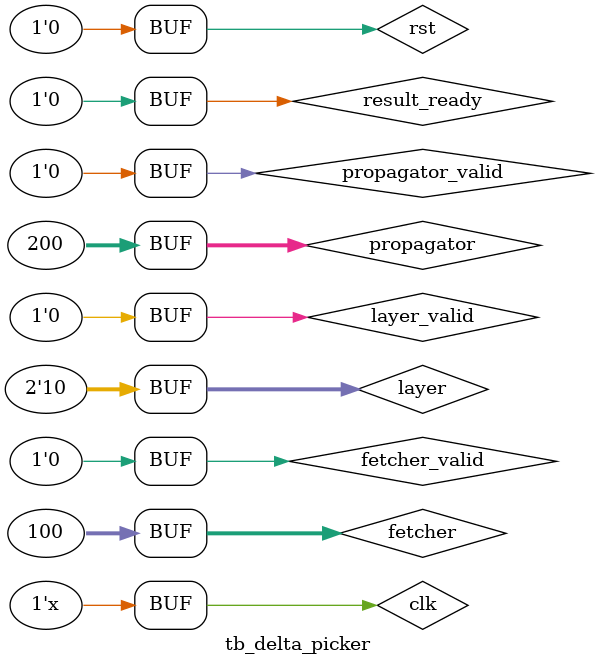
<source format=v>
`timescale 1ns / 1ps


module tb_delta_picker;

	// Inputs
	reg clk;
	reg rst;
	reg [1:0] layer;
	reg layer_valid;
	reg [31:0] fetcher;
	reg fetcher_valid;
	reg [31:0] propagator;
	reg propagator_valid;
	reg result_ready;

	// Outputs
	wire layer_ready;
	wire fetcher_ready;
	wire propagator_ready;
	wire [31:0] result;
	wire result_valid;

	// Instantiate the Unit Under Test (UUT)
	delta_picker #(
        .LAYER_MAX(3)    
    )uut (
		.clk(clk), 
		.rst(rst), 
		.layer(layer), 
		.layer_valid(layer_valid), 
		.layer_ready(layer_ready), 
		.fetcher(fetcher), 
		.fetcher_valid(fetcher_valid), 
		.fetcher_ready(fetcher_ready), 
		.propagator(propagator), 
		.propagator_valid(propagator_valid), 
		.propagator_ready(propagator_ready), 
		.result(result), 
		.result_valid(result_valid), 
		.result_ready(result_ready)
	);

    always
        #1 clk = ~clk;

	initial begin
		// Initialize Inputs
		clk = 0;
		rst = 1;

		layer = 3;
		layer_valid = 0;

		fetcher = 100;
		fetcher_valid = 0;

		propagator = 200;
		propagator_valid = 0;

		result_ready = 0;

        #10 rst = 0;

        #10 fetcher_valid = 1;
        #2  fetcher_valid = 0;

        #10 propagator_valid = 1;
        #2  propagator_valid = 0;
    
        #10 layer_valid = 1;
        #2  layer_valid = 0;

        #10 result_ready = 1;
        #2  result_ready = 0;

        // layer goes to 2
        #30 layer_valid = 1;
            layer = 2;
        #2  layer_valid = 0;

        #10 result_ready = 1;
        #2  result_ready = 0;

	end
      
endmodule


</source>
